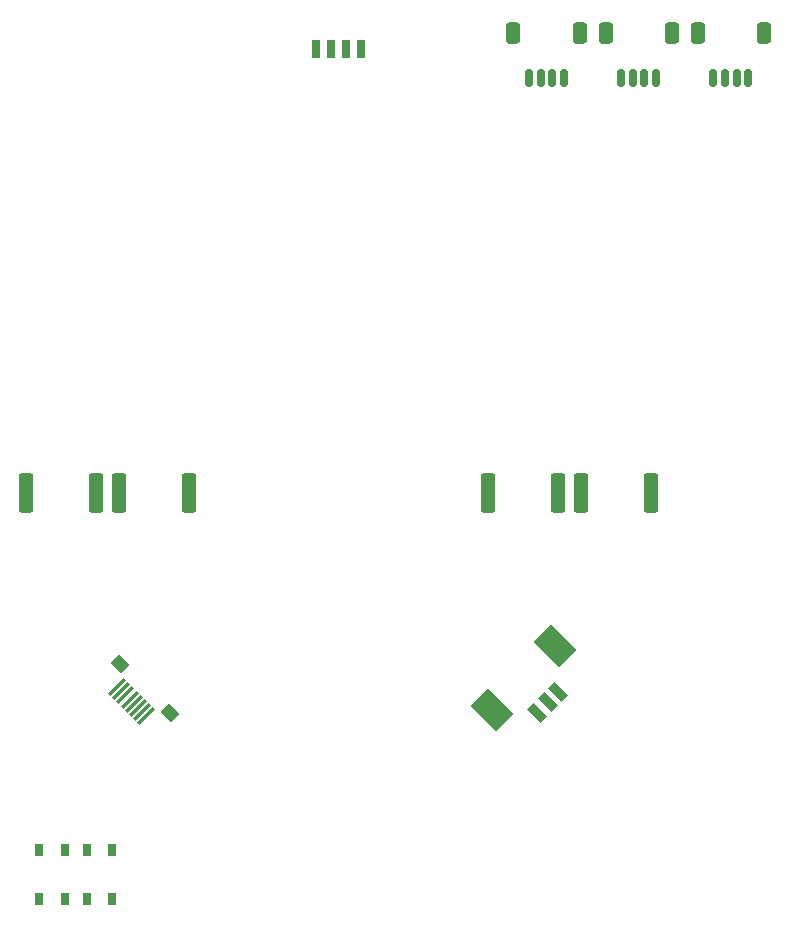
<source format=gbr>
%TF.GenerationSoftware,KiCad,Pcbnew,7.0.10*%
%TF.CreationDate,2024-01-23T14:11:02+00:00*%
%TF.ProjectId,view_base,76696577-5f62-4617-9365-2e6b69636164,rev?*%
%TF.SameCoordinates,Original*%
%TF.FileFunction,Paste,Bot*%
%TF.FilePolarity,Positive*%
%FSLAX46Y46*%
G04 Gerber Fmt 4.6, Leading zero omitted, Abs format (unit mm)*
G04 Created by KiCad (PCBNEW 7.0.10) date 2024-01-23 14:11:02*
%MOMM*%
%LPD*%
G01*
G04 APERTURE LIST*
G04 Aperture macros list*
%AMRoundRect*
0 Rectangle with rounded corners*
0 $1 Rounding radius*
0 $2 $3 $4 $5 $6 $7 $8 $9 X,Y pos of 4 corners*
0 Add a 4 corners polygon primitive as box body*
4,1,4,$2,$3,$4,$5,$6,$7,$8,$9,$2,$3,0*
0 Add four circle primitives for the rounded corners*
1,1,$1+$1,$2,$3*
1,1,$1+$1,$4,$5*
1,1,$1+$1,$6,$7*
1,1,$1+$1,$8,$9*
0 Add four rect primitives between the rounded corners*
20,1,$1+$1,$2,$3,$4,$5,0*
20,1,$1+$1,$4,$5,$6,$7,0*
20,1,$1+$1,$6,$7,$8,$9,0*
20,1,$1+$1,$8,$9,$2,$3,0*%
%AMRotRect*
0 Rectangle, with rotation*
0 The origin of the aperture is its center*
0 $1 length*
0 $2 width*
0 $3 Rotation angle, in degrees counterclockwise*
0 Add horizontal line*
21,1,$1,$2,0,0,$3*%
G04 Aperture macros list end*
%ADD10R,0.700000X1.600000*%
%ADD11RotRect,2.100000X2.999999X45.000000*%
%ADD12RotRect,0.800000X1.600000X45.000000*%
%ADD13RoundRect,0.250000X0.362500X1.425000X-0.362500X1.425000X-0.362500X-1.425000X0.362500X-1.425000X0*%
%ADD14R,0.650000X1.050000*%
%ADD15RoundRect,0.150000X-0.150000X-0.625000X0.150000X-0.625000X0.150000X0.625000X-0.150000X0.625000X0*%
%ADD16RoundRect,0.250000X-0.350000X-0.650000X0.350000X-0.650000X0.350000X0.650000X-0.350000X0.650000X0*%
%ADD17RoundRect,0.250000X-0.362500X-1.425000X0.362500X-1.425000X0.362500X1.425000X-0.362500X1.425000X0*%
%ADD18RotRect,0.300000X1.800000X315.000000*%
%ADD19RotRect,1.200000X1.075000X315.000000*%
G04 APERTURE END LIST*
D10*
%TO.C,U3*%
X101905000Y-62350000D03*
X100635000Y-62350000D03*
X99365000Y-62350000D03*
X98095000Y-62350000D03*
%TD*%
D11*
%TO.C,J6*%
X112962269Y-118336513D03*
X118336280Y-112962502D03*
D12*
X116816000Y-118584000D03*
X117699883Y-117700117D03*
X118583767Y-116816233D03*
%TD*%
D13*
%TO.C,R3*%
X126462500Y-100000000D03*
X120537500Y-100000000D03*
%TD*%
D14*
%TO.C,SW1*%
X80825000Y-134325000D03*
X80825000Y-130175000D03*
X78675000Y-134325000D03*
X78675000Y-130175000D03*
%TD*%
D15*
%TO.C,J7*%
X116100000Y-64875000D03*
X117100000Y-64875000D03*
X118100000Y-64875000D03*
X119100000Y-64875000D03*
D16*
X114800000Y-61000000D03*
X120400000Y-61000000D03*
%TD*%
D17*
%TO.C,R7*%
X73537500Y-100000000D03*
X79462500Y-100000000D03*
%TD*%
D15*
%TO.C,J9*%
X123900000Y-64875000D03*
X124900000Y-64875000D03*
X125900000Y-64875000D03*
X126900000Y-64875000D03*
D16*
X122600000Y-61000000D03*
X128200000Y-61000000D03*
%TD*%
D15*
%TO.C,J8*%
X131700000Y-64875000D03*
X132700000Y-64875000D03*
X133700000Y-64875000D03*
X134700000Y-64875000D03*
D16*
X130400000Y-61000000D03*
X136000000Y-61000000D03*
%TD*%
D13*
%TO.C,R4*%
X118562500Y-100000000D03*
X112637500Y-100000000D03*
%TD*%
D14*
%TO.C,SW2*%
X74675000Y-130175000D03*
X74675000Y-134325000D03*
X76825000Y-130175000D03*
X76825000Y-134325000D03*
%TD*%
D18*
%TO.C,J5*%
X81248750Y-116408960D03*
X81602303Y-116762514D03*
X81955857Y-117116067D03*
X82309410Y-117469620D03*
X82662964Y-117823174D03*
X83016517Y-118176727D03*
X83370070Y-118530281D03*
X83723624Y-118883834D03*
D19*
X81496237Y-114429061D03*
X85703523Y-118636347D03*
%TD*%
D17*
%TO.C,R6*%
X81437500Y-100000000D03*
X87362500Y-100000000D03*
%TD*%
M02*

</source>
